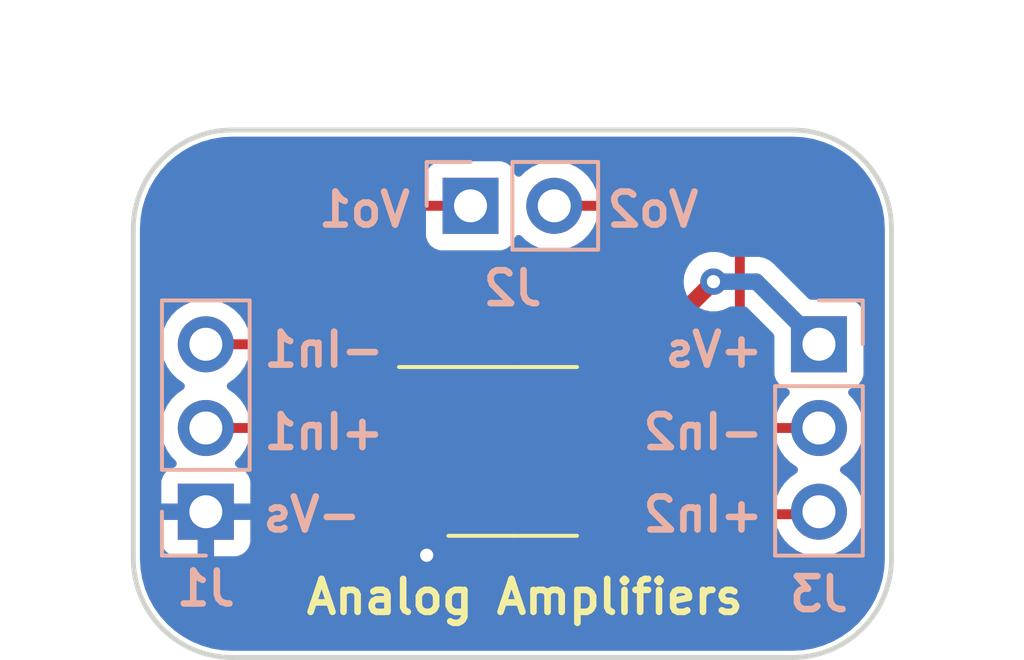
<source format=kicad_pcb>
(kicad_pcb (version 20221018) (generator pcbnew)
  (title_block (title "Analog Amplifier Module Board PCB") (date "2024-02-07") (rev "0.1") (company "Carlos Craveiro") (comment 1 "Part of the Eibstein-Boltzmann Project"))
  (layers (0 "F.Cu" signal) (31 "B.Cu" power) (34 "B.Paste" user) (35 "F.Paste" user) (36 "B.SilkS" user "B.Silkscreen") (37 "F.SilkS" user "F.Silkscreen") (38 "B.Mask" user) (39 "F.Mask" user) (44 "Edge.Cuts" user))
  (net 0 "")
  (net 1 "VEE")
  (net 2 "Net-(J1-Pin_2)")
  (net 3 "Net-(J1-Pin_3)")
  (net 4 "Net-(J2-Pin_1)")
  (net 5 "Net-(J2-Pin_2)")
  (net 6 "VDD")
  (net 7 "Net-(J3-Pin_2)")
  (net 8 "Net-(J3-Pin_3)")
  (footprint "Package_SO:SOIC-8-1EP_3.9x4.9mm_P1.27mm_EP2.41x3.81mm" (layer "F.Cu") (at 149.51 89.75)
    (fp_text reference "U1" hide)
    (fp_text value "ADA4898-2")
    (fp_line (start 0 -2.56) (end -3.45 -2.56) (stroke (width 0.12)) (layer "F.SilkS"))
    (fp_line (start 0 -2.56) (end 1.95 -2.56) (stroke (width 0.12)) (layer "F.SilkS"))
    (fp_line (start 0 2.56) (end -1.95 2.56) (stroke (width 0.12)) (layer "F.SilkS"))
    (fp_line (start 0 2.56) (end 1.95 2.56) (stroke (width 0.12)) (layer "F.SilkS"))
    (pad "1" smd roundrect (at -2.475 -1.905) (size 1.95 0.6) (layers "F.Cu" "F.Paste" "F.Mask") (net 4 "Net-(J2-Pin_1)"))
    (pad "2" smd roundrect (at -2.475 -0.635) (size 1.95 0.6) (layers "F.Cu" "F.Paste" "F.Mask") (net 3 "Net-(J1-Pin_3)"))
    (pad "3" smd roundrect (at -2.475 0.635) (size 1.95 0.6) (layers "F.Cu" "F.Paste" "F.Mask") (net 2 "Net-(J1-Pin_2)"))
    (pad "4" smd roundrect (at -2.475 1.905) (size 1.95 0.6) (layers "F.Cu" "F.Paste" "F.Mask") (net 1 "VEE"))
    (pad "5" smd roundrect (at 2.475 1.905) (size 1.95 0.6) (layers "F.Cu" "F.Paste" "F.Mask") (net 8 "Net-(J3-Pin_3)"))
    (pad "6" smd roundrect (at 2.475 0.635) (size 1.95 0.6) (layers "F.Cu" "F.Paste" "F.Mask") (net 7 "Net-(J3-Pin_2)"))
    (pad "7" smd roundrect (at 2.475 -0.635) (size 1.95 0.6) (layers "F.Cu" "F.Paste" "F.Mask") (net 5 "Net-(J2-Pin_2)"))
    (pad "8" smd roundrect (at 2.475 -1.905) (size 1.95 0.6) (layers "F.Cu" "F.Paste" "F.Mask") (net 6 "VDD"))
    (pad "9" smd rect (at 0 0) (size 2.41 3.81) (layers "F.Cu" "F.Mask") (net 1 "VEE"))
  )
  (footprint "Connector_PinHeader_2.54mm:PinHeader_1x03_P2.54mm_Vertical" (layer "B.Cu") (at 158.8 86.5 180)
    (fp_text reference "J3" (at 0 -7.58) (layer "B.SilkS") (effects (font (thickness 0.2) bold) (justify mirror)))
    (fp_text value "Conn_01x03_Pin")
    (fp_line (start -1.33 -6.41) (end 1.33 -6.41) (stroke (width 0.12)) (layer "B.SilkS"))
    (fp_line (start -1.33 -1.27) (end -1.33 -6.41) (stroke (width 0.12)) (layer "B.SilkS"))
    (fp_line (start -1.33 -1.27) (end 1.33 -1.27) (stroke (width 0.12)) (layer "B.SilkS"))
    (fp_line (start -1.33 0) (end -1.33 1.33) (stroke (width 0.12)) (layer "B.SilkS"))
    (fp_line (start -1.33 1.33) (end 0 1.33) (stroke (width 0.12)) (layer "B.SilkS"))
    (fp_line (start 1.33 -1.27) (end 1.33 -6.41) (stroke (width 0.12)) (layer "B.SilkS"))
    (pad "1" thru_hole rect (at 0 0 180) (size 1.7 1.7) (drill 1) (layers "*.Cu" "*.Mask") (net 6 "VDD"))
    (pad "2" thru_hole oval (at 0 -2.54 180) (size 1.7 1.7) (drill 1) (layers "*.Cu" "*.Mask") (net 7 "Net-(J3-Pin_2)"))
    (pad "3" thru_hole oval (at 0 -5.08 180) (size 1.7 1.7) (drill 1) (layers "*.Cu" "*.Mask") (net 8 "Net-(J3-Pin_3)"))
  )
  (footprint "Connector_PinHeader_2.54mm:PinHeader_1x03_P2.54mm_Vertical" (layer "B.Cu") (at 140.2 91.58)
    (fp_text reference "J1" (at 0 2.33) (layer "B.SilkS") (effects (font (thickness 0.2) bold) (justify mirror)))
    (fp_text value "Conn_01x03_Pin")
    (fp_line (start -1.33 -6.41) (end 1.33 -6.41) (stroke (width 0.12)) (layer "B.SilkS"))
    (fp_line (start -1.33 -1.27) (end -1.33 -6.41) (stroke (width 0.12)) (layer "B.SilkS"))
    (fp_line (start -1.33 -1.27) (end 1.33 -1.27) (stroke (width 0.12)) (layer "B.SilkS"))
    (fp_line (start -1.33 0) (end -1.33 1.33) (stroke (width 0.12)) (layer "B.SilkS"))
    (fp_line (start -1.33 1.33) (end 0 1.33) (stroke (width 0.12)) (layer "B.SilkS"))
    (fp_line (start 1.33 -1.27) (end 1.33 -6.41) (stroke (width 0.12)) (layer "B.SilkS"))
    (pad "1" thru_hole rect (at 0 0) (size 1.7 1.7) (drill 1) (layers "*.Cu" "*.Mask") (net 1 "VEE"))
    (pad "2" thru_hole oval (at 0 -2.54) (size 1.7 1.7) (drill 1) (layers "*.Cu" "*.Mask") (net 2 "Net-(J1-Pin_2)"))
    (pad "3" thru_hole oval (at 0 -5.08) (size 1.7 1.7) (drill 1) (layers "*.Cu" "*.Mask") (net 3 "Net-(J1-Pin_3)"))
  )
  (footprint "Connector_PinHeader_2.54mm:PinHeader_1x02_P2.54mm_Vertical" (layer "B.Cu") (at 148.23 82.3 -90)
    (fp_text reference "J2" (at 2.5 -1.275) (layer "B.SilkS") (effects (font (thickness 0.2) bold) (justify mirror)))
    (fp_text value "Conn_01x02_Pin")
    (fp_line (start -1.33 -3.87) (end 1.33 -3.87) (stroke (width 0.12)) (layer "B.SilkS"))
    (fp_line (start -1.33 -1.27) (end -1.33 -3.87) (stroke (width 0.12)) (layer "B.SilkS"))
    (fp_line (start -1.33 -1.27) (end 1.33 -1.27) (stroke (width 0.12)) (layer "B.SilkS"))
    (fp_line (start -1.33 0) (end -1.33 1.33) (stroke (width 0.12)) (layer "B.SilkS"))
    (fp_line (start -1.33 1.33) (end 0 1.33) (stroke (width 0.12)) (layer "B.SilkS"))
    (fp_line (start 1.33 -1.27) (end 1.33 -3.87) (stroke (width 0.12)) (layer "B.SilkS"))
    (pad "1" thru_hole rect (at 0 0 270) (size 1.7 1.7) (drill 1) (layers "*.Cu" "*.Mask") (net 4 "Net-(J2-Pin_1)"))
    (pad "2" thru_hole oval (at 0 -2.54 270) (size 1.7 1.7) (drill 1) (layers "*.Cu" "*.Mask") (net 5 "Net-(J2-Pin_2)"))
  )
  (gr_arc (start 138 83) (mid 138.87868 80.87868) (end 141 80) (stroke (width 0.15)) (layer "Edge.Cuts"))
  (gr_arc (start 141 96) (mid 138.87868 95.12132) (end 138 93) (stroke (width 0.15)) (layer "Edge.Cuts"))
  (gr_arc (start 158 80) (mid 160.12132 80.87868) (end 161 83) (stroke (width 0.15)) (layer "Edge.Cuts"))
  (gr_line (start 141 96) (end 158 96) (stroke (width 0.15)) (layer "Edge.Cuts"))
  (gr_arc (start 161 93) (mid 160.12132 95.12132) (end 158 96) (stroke (width 0.15)) (layer "Edge.Cuts"))
  (gr_line (start 161 83) (end 161 93) (stroke (width 0.15)) (layer "Edge.Cuts"))
  (gr_line (start 141 80) (end 158 80) (stroke (width 0.15)) (layer "Edge.Cuts"))
  (gr_line (start 138 83) (end 138 93) (stroke (width 0.15)) (layer "Edge.Cuts"))
  (gr_text "+In1" (at 145.7 89.75) (layer "B.SilkS") (effects (font (size 1 1) (thickness 0.2) bold) (justify left bottom mirror)))
  (gr_text "Vo1" (at 146.5 83) (layer "B.SilkS") (effects (font (size 1 1) (thickness 0.2) bold) (justify left bottom mirror)))
  (gr_text "+Vs" (at 157.2 87.25) (layer "B.SilkS") (effects (font (size 1 1) (thickness 0.2) bold) (justify left bottom mirror)))
  (gr_text "-In2" (at 157.2 89.75) (layer "B.SilkS") (effects (font (size 1 1) (thickness 0.2) bold) (justify left bottom mirror)))
  (gr_text "-Vs" (at 145 92.25) (layer "B.SilkS") (effects (font (size 1 1) (thickness 0.2) bold) (justify left bottom mirror)))
  (gr_text "+In2" (at 157.2 92.25) (layer "B.SilkS") (effects (font (size 1 1) (thickness 0.2) bold) (justify left bottom mirror)))
  (gr_text "Vo2" (at 155.25 83) (layer "B.SilkS") (effects (font (size 1 1) (thickness 0.2) bold) (justify left bottom mirror)))
  (gr_text "-In1" (at 145.7 87.25) (layer "B.SilkS") (effects (font (size 1 1) (thickness 0.2) bold) (justify left bottom mirror)))
  (gr_text "Analog Amplifiers" (at 143.15 94.75) (layer "F.SilkS") (effects (font (size 1 1) (thickness 0.2) bold) (justify left bottom)))
  (segment (start 147.035 91.655) (end 147.035 92.765) (width 0.5) (layer "F.Cu") (net 1))
  (segment (start 148.9 88.405) (end 149 88.505) (width 0.5) (layer "F.Cu") (net 1))
  (segment (start 149.5 91.1) (end 148.945 91.655) (width 0.5) (layer "F.Cu") (net 1))
  (segment (start 149.51 89.75) (end 149.5 89.76) (width 0.5) (layer "F.Cu") (net 1))
  (segment (start 147.035 92.765) (end 146.9 92.9) (width 0.5) (layer "F.Cu") (net 1))
  (segment (start 148.945 91.655) (end 147.035 91.655) (width 0.5) (layer "F.Cu") (net 1))
  (segment (start 149.5 89.76) (end 149.5 91.1) (width 0.5) (layer "F.Cu") (net 1))
  (via (at 146.9 92.9) (size 0.8) (drill 0.4) (layers "F.Cu" "B.Cu") (net 1))
  (segment (start 144.985 90.385) (end 143.64 89.04) (width 0.3) (layer "F.Cu") (net 2))
  (segment (start 143.64 89.04) (end 140.2 89.04) (width 0.3) (layer "F.Cu") (net 2))
  (segment (start 147.035 90.385) (end 144.985 90.385) (width 0.3) (layer "F.Cu") (net 2))
  (segment (start 147.035 89.115) (end 145.915 89.115) (width 0.3) (layer "F.Cu") (net 3))
  (segment (start 143.3 86.5) (end 140.2 86.5) (width 0.3) (layer "F.Cu") (net 3))
  (segment (start 145.915 89.115) (end 143.3 86.5) (width 0.3) (layer "F.Cu") (net 3))
  (segment (start 146.6 82.3) (end 148.23 82.3) (width 0.3) (layer "F.Cu") (net 4))
  (segment (start 145.5 86.31) (end 145.5 83.4) (width 0.3) (layer "F.Cu") (net 4))
  (segment (start 145.5 83.4) (end 146.6 82.3) (width 0.3) (layer "F.Cu") (net 4))
  (segment (start 147.035 87.845) (end 145.5 86.31) (width 0.3) (layer "F.Cu") (net 4))
  (segment (start 154.285 89.115) (end 156.4 87) (width 0.3) (layer "F.Cu") (net 5))
  (segment (start 156.4 82.3) (end 150.77 82.3) (width 0.3) (layer "F.Cu") (net 5))
  (segment (start 156.4 87) (end 156.4 82.3) (width 0.3) (layer "F.Cu") (net 5))
  (segment (start 151.985 89.115) (end 154.285 89.115) (width 0.3) (layer "F.Cu") (net 5))
  (segment (start 151.985 87.845) (end 152.355 87.845) (width 0.5) (layer "F.Cu") (net 6))
  (segment (start 152.355 87.845) (end 155.6 84.6) (width 0.5) (layer "F.Cu") (net 6))
  (via (at 155.6 84.6) (size 0.8) (drill 0.4) (layers "F.Cu" "B.Cu") (net 6))
  (segment (start 156.9 84.6) (end 158.8 86.5) (width 0.5) (layer "B.Cu") (net 6))
  (segment (start 155.6 84.6) (end 156.9 84.6) (width 0.5) (layer "B.Cu") (net 6))
  (segment (start 155.715 90.385) (end 157.06 89.04) (width 0.3) (layer "F.Cu") (net 7))
  (segment (start 157.06 89.04) (end 158.8 89.04) (width 0.3) (layer "F.Cu") (net 7))
  (segment (start 151.985 90.385) (end 155.715 90.385) (width 0.3) (layer "F.Cu") (net 7))
  (segment (start 158.725 91.655) (end 158.8 91.58) (width 0.3) (layer "F.Cu") (net 8))
  (segment (start 151.985 91.655) (end 158.725 91.655) (width 0.3) (layer "F.Cu") (net 8))
  (zone (net 1) (net_name "VEE") (layer "B.Cu") (connect_pads (clearance 0.5)) (min_thickness 0.25) (fill yes (thermal_gap 0.5) (thermal_bridge_width 0.5))
    (polygon (pts (xy 138 80) (xy 161 80) (xy 161 96) (xy 138 96)))
  )
)
</source>
